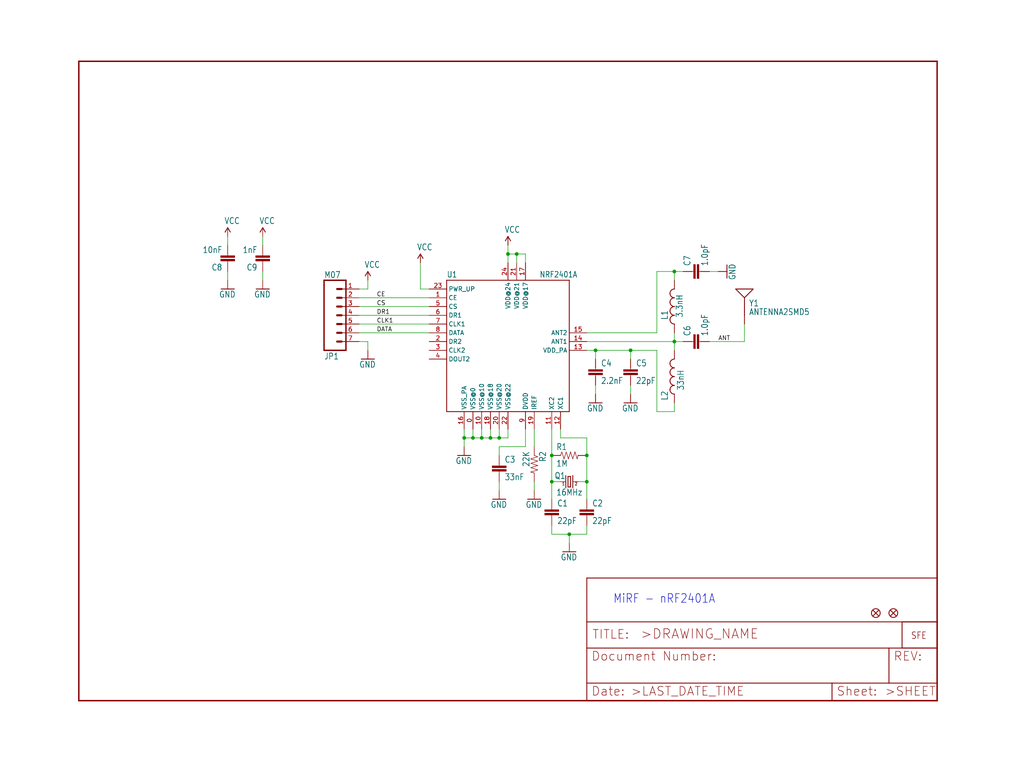
<source format=kicad_sch>
(kicad_sch (version 20211123) (generator eeschema)
  (paper "User" 297.002 223.926)
  (lib_symbols
    (symbol "schematicEagle-eagle-import:ANTENNA2SMD5"
      (property "Value" "ANTENNA2SMD5" (at 1.27 -2.54 0))
      (symbol "ANTENNA2SMD5_1_0"
        (polyline (pts (xy -2.54 5.08) (xy 2.54 5.08)) (stroke (width 0.254)))
        (polyline (pts (xy 0 2.54) (xy -2.54 5.08)) (stroke (width 0.254)))
        (polyline (pts (xy 0 2.54) (xy 0 -2.54)) (stroke (width 0.254)))
        (polyline (pts (xy 0 2.54) (xy 2.54 5.08)) (stroke (width 0.254)))
        (pin bidirectional line (at 0 -5.08 90) (length 2.54) (name "SIGNAL") (number "FEED"))
      )
    )
    (symbol "schematicEagle-eagle-import:CAP0402"
      (property "Reference" "C" (at 1.524 2.921 0))
      (property "Value" "CAP0402" (at 1.524 -2.159 0))
      (symbol "CAP0402_1_0"
        (rectangle (start -2.032 0.508) (end 2.032 1.016) (fill (type outline)))
        (rectangle (start -2.032 1.524) (end 2.032 2.032) (fill (type outline)))
        (polyline (pts (xy 0 0) (xy 0 0.508)) (stroke (width 0.1524)))
        (polyline (pts (xy 0 2.54) (xy 0 2.032)) (stroke (width 0.1524)))
        (pin passive line (at 0 5.08 270) (length 2.54) (name "1") (number "1"))
        (pin passive line (at 0 -2.54 90) (length 2.54) (name "2") (number "2"))
      )
    )
    (symbol "schematicEagle-eagle-import:CRYSTAL5X3"
      (property "Reference" "Q" (at 2.54 1.016 0))
      (property "Value" "CRYSTAL5X3" (at 2.54 -2.54 0))
      (symbol "CRYSTAL5X3_1_0"
        (polyline (pts (xy -2.54 0) (xy -1.016 0)) (stroke (width 0.1524)))
        (polyline (pts (xy -1.016 1.778) (xy -1.016 -1.778)) (stroke (width 0.254)))
        (polyline (pts (xy -0.381 -1.524) (xy 0.381 -1.524)) (stroke (width 0.254)))
        (polyline (pts (xy -0.381 1.524) (xy -0.381 -1.524)) (stroke (width 0.254)))
        (polyline (pts (xy 0.381 -1.524) (xy 0.381 1.524)) (stroke (width 0.254)))
        (polyline (pts (xy 0.381 1.524) (xy -0.381 1.524)) (stroke (width 0.254)))
        (polyline (pts (xy 1.016 0) (xy 2.54 0)) (stroke (width 0.1524)))
        (polyline (pts (xy 1.016 1.778) (xy 1.016 -1.778)) (stroke (width 0.254)))
        (text "1" (at -2.159 -1.143 0) (effects (font (size 0.8636 0.734)) (justify left bottom)))
        (text "2" (at 1.524 -1.143 0) (effects (font (size 0.8636 0.734)) (justify left bottom)))
        (pin passive line (at -2.54 0 0) (length 0) (name "1") (number "1"))
        (pin passive line (at 2.54 0 180) (length 0) (name "2") (number "3"))
      )
    )
    (symbol "schematicEagle-eagle-import:FIDUCIALUFIDUCIAL"
      (symbol "FIDUCIALUFIDUCIAL_1_0"
        (polyline (pts (xy -0.762 0.762) (xy 0.762 -0.762)) (stroke (width 0.254)))
        (polyline (pts (xy 0.762 0.762) (xy -0.762 -0.762)) (stroke (width 0.254)))
        (circle (center 0 0) (radius 1.27) (stroke (width 0.254)))
      )
    )
    (symbol "schematicEagle-eagle-import:FRAME-LETTER"
      (symbol "FRAME-LETTER_1_0"
        (polyline (pts (xy 0 0) (xy 248.92 0)) (stroke (width 0.4064)))
        (polyline (pts (xy 0 185.42) (xy 0 0)) (stroke (width 0.4064)))
        (polyline (pts (xy 0 185.42) (xy 248.92 185.42)) (stroke (width 0.4064)))
        (polyline (pts (xy 248.92 185.42) (xy 248.92 0)) (stroke (width 0.4064)))
      )
      (symbol "FRAME-LETTER_2_0"
        (polyline (pts (xy 0 0) (xy 0 5.08)) (stroke (width 0.254)))
        (polyline (pts (xy 0 0) (xy 71.12 0)) (stroke (width 0.254)))
        (polyline (pts (xy 0 5.08) (xy 0 15.24)) (stroke (width 0.254)))
        (polyline (pts (xy 0 5.08) (xy 71.12 5.08)) (stroke (width 0.254)))
        (polyline (pts (xy 0 15.24) (xy 0 22.86)) (stroke (width 0.254)))
        (polyline (pts (xy 0 22.86) (xy 0 35.56)) (stroke (width 0.254)))
        (polyline (pts (xy 0 22.86) (xy 101.6 22.86)) (stroke (width 0.254)))
        (polyline (pts (xy 71.12 0) (xy 101.6 0)) (stroke (width 0.254)))
        (polyline (pts (xy 71.12 5.08) (xy 71.12 0)) (stroke (width 0.254)))
        (polyline (pts (xy 71.12 5.08) (xy 87.63 5.08)) (stroke (width 0.254)))
        (polyline (pts (xy 87.63 5.08) (xy 101.6 5.08)) (stroke (width 0.254)))
        (polyline (pts (xy 87.63 15.24) (xy 0 15.24)) (stroke (width 0.254)))
        (polyline (pts (xy 87.63 15.24) (xy 87.63 5.08)) (stroke (width 0.254)))
        (polyline (pts (xy 101.6 5.08) (xy 101.6 0)) (stroke (width 0.254)))
        (polyline (pts (xy 101.6 15.24) (xy 87.63 15.24)) (stroke (width 0.254)))
        (polyline (pts (xy 101.6 15.24) (xy 101.6 5.08)) (stroke (width 0.254)))
        (polyline (pts (xy 101.6 22.86) (xy 101.6 15.24)) (stroke (width 0.254)))
        (polyline (pts (xy 101.6 35.56) (xy 0 35.56)) (stroke (width 0.254)))
        (polyline (pts (xy 101.6 35.56) (xy 101.6 22.86)) (stroke (width 0.254)))
        (text ">DRAWING_NAME" (at 15.494 17.78 0) (effects (font (size 2.7432 2.7432)) (justify left bottom)))
        (text ">LAST_DATE_TIME" (at 12.7 1.27 0) (effects (font (size 2.54 2.54)) (justify left bottom)))
        (text ">SHEET" (at 86.36 1.27 0) (effects (font (size 2.54 2.54)) (justify left bottom)))
        (text "Date:" (at 1.27 1.27 0) (effects (font (size 2.54 2.54)) (justify left bottom)))
        (text "Document Number:" (at 1.27 11.43 0) (effects (font (size 2.54 2.54)) (justify left bottom)))
        (text "REV:" (at 88.9 11.43 0) (effects (font (size 2.54 2.54)) (justify left bottom)))
        (text "Sheet:" (at 72.39 1.27 0) (effects (font (size 2.54 2.54)) (justify left bottom)))
        (text "TITLE:" (at 1.524 17.78 0) (effects (font (size 2.54 2.54)) (justify left bottom)))
      )
    )
    (symbol "schematicEagle-eagle-import:GND" (power)
      (property "Value" "GND" (at -2.54 -2.54 0))
      (symbol "GND_1_0"
        (polyline (pts (xy -1.905 0) (xy 1.905 0)) (stroke (width 0.254)))
        (pin power_in line (at 0 2.54 270) (length 2.54) (name "GND") (number "1"))
      )
    )
    (symbol "schematicEagle-eagle-import:INDUCTOR0402"
      (property "Value" "INDUCTOR0402" (at 2.54 -5.08 0))
      (symbol "INDUCTOR0402_1_0"
        (arc (start 0 -5.08) (mid 0.898 -4.708) (end 1.27 -3.81) (stroke (width 0.254)))
        (arc (start 0 -2.54) (mid 0.898 -2.168) (end 1.27 -1.27) (stroke (width 0.254)))
        (arc (start 0 0) (mid 0.898 0.372) (end 1.27 1.27) (stroke (width 0.254)))
        (arc (start 0 2.54) (mid 0.898 2.912) (end 1.27 3.81) (stroke (width 0.254)))
        (arc (start 1.27 -3.81) (mid 0.898 -2.912) (end 0 -2.54) (stroke (width 0.254)))
        (arc (start 1.27 -1.27) (mid 0.898 -0.372) (end 0 0) (stroke (width 0.254)))
        (arc (start 1.27 1.27) (mid 0.898 2.168) (end 0 2.54) (stroke (width 0.254)))
        (arc (start 1.27 3.81) (mid 0.898 4.708) (end 0 5.08) (stroke (width 0.254)))
        (pin passive line (at 0 7.62 270) (length 2.54) (name "1") (number "1"))
        (pin passive line (at 0 -7.62 90) (length 2.54) (name "2") (number "2"))
      )
    )
    (symbol "schematicEagle-eagle-import:LOGO-SFESK"
      (symbol "LOGO-SFESK_1_0"
        (polyline (pts (xy -2.54 -2.54) (xy 7.62 -2.54)) (stroke (width 0.254)))
        (polyline (pts (xy -2.54 5.08) (xy -2.54 -2.54)) (stroke (width 0.254)))
        (polyline (pts (xy 7.62 -2.54) (xy 7.62 5.08)) (stroke (width 0.254)))
        (polyline (pts (xy 7.62 5.08) (xy -2.54 5.08)) (stroke (width 0.254)))
        (text "SFE" (at 0 0 0) (effects (font (size 1.9304 1.6408)) (justify left bottom)))
      )
    )
    (symbol "schematicEagle-eagle-import:M07"
      (property "Reference" "JP" (at -5.08 13.462 0))
      (property "Value" "M07" (at -5.08 -10.16 0))
      (symbol "M07_1_0"
        (polyline (pts (xy -5.08 12.7) (xy -5.08 -7.62)) (stroke (width 0.4064)))
        (polyline (pts (xy -5.08 12.7) (xy 1.27 12.7)) (stroke (width 0.4064)))
        (polyline (pts (xy -1.27 -5.08) (xy 0 -5.08)) (stroke (width 0.6096)))
        (polyline (pts (xy -1.27 -2.54) (xy 0 -2.54)) (stroke (width 0.6096)))
        (polyline (pts (xy -1.27 0) (xy 0 0)) (stroke (width 0.6096)))
        (polyline (pts (xy -1.27 2.54) (xy 0 2.54)) (stroke (width 0.6096)))
        (polyline (pts (xy -1.27 5.08) (xy 0 5.08)) (stroke (width 0.6096)))
        (polyline (pts (xy -1.27 7.62) (xy 0 7.62)) (stroke (width 0.6096)))
        (polyline (pts (xy -1.27 10.16) (xy 0 10.16)) (stroke (width 0.6096)))
        (polyline (pts (xy 1.27 -7.62) (xy -5.08 -7.62)) (stroke (width 0.4064)))
        (polyline (pts (xy 1.27 -7.62) (xy 1.27 12.7)) (stroke (width 0.4064)))
        (pin passive line (at 5.08 -5.08 180) (length 5.08) (name "1") (number "1"))
        (pin passive line (at 5.08 -2.54 180) (length 5.08) (name "2") (number "2"))
        (pin passive line (at 5.08 0 180) (length 5.08) (name "3") (number "3"))
        (pin passive line (at 5.08 2.54 180) (length 5.08) (name "4") (number "4"))
        (pin passive line (at 5.08 5.08 180) (length 5.08) (name "5") (number "5"))
        (pin passive line (at 5.08 7.62 180) (length 5.08) (name "6") (number "6"))
        (pin passive line (at 5.08 10.16 180) (length 5.08) (name "7") (number "7"))
      )
    )
    (symbol "schematicEagle-eagle-import:NRF2401ASMD"
      (property "Value" "NRF2401ASMD" (at 9.144 18.542 0))
      (symbol "NRF2401ASMD_1_0"
        (polyline (pts (xy -17.78 -20.32) (xy -17.78 17.78)) (stroke (width 0.254)))
        (polyline (pts (xy -17.78 17.78) (xy 17.78 17.78)) (stroke (width 0.254)))
        (polyline (pts (xy 17.78 -20.32) (xy -17.78 -20.32)) (stroke (width 0.254)))
        (polyline (pts (xy 17.78 17.78) (xy 17.78 -20.32)) (stroke (width 0.254)))
        (pin power_in line (at -10.16 -25.4 90) (length 5.08) (name "VSS@0") (number "0"))
        (pin input line (at -22.86 12.7 0) (length 5.08) (name "CE") (number "1"))
        (pin power_in line (at -7.62 -25.4 90) (length 5.08) (name "VSS@10") (number "10"))
        (pin input line (at 12.7 -25.4 90) (length 5.08) (name "XC2") (number "11"))
        (pin input line (at 15.24 -25.4 90) (length 5.08) (name "XC1") (number "12"))
        (pin power_in line (at 22.86 -2.54 180) (length 5.08) (name "VDD_PA") (number "13"))
        (pin output line (at 22.86 0 180) (length 5.08) (name "ANT1") (number "14"))
        (pin output line (at 22.86 2.54 180) (length 5.08) (name "ANT2") (number "15"))
        (pin power_in line (at -12.7 -25.4 90) (length 5.08) (name "VSS_PA") (number "16"))
        (pin power_in line (at 5.08 22.86 270) (length 5.08) (name "VDD@17") (number "17"))
        (pin power_in line (at -5.08 -25.4 90) (length 5.08) (name "VSS@18") (number "18"))
        (pin input line (at 7.62 -25.4 90) (length 5.08) (name "IREF") (number "19"))
        (pin output line (at -22.86 0 0) (length 5.08) (name "DR2") (number "2"))
        (pin power_in line (at -2.54 -25.4 90) (length 5.08) (name "VSS@20") (number "20"))
        (pin power_in line (at 2.54 22.86 270) (length 5.08) (name "VDD@21") (number "21"))
        (pin power_in line (at 0 -25.4 90) (length 5.08) (name "VSS@22") (number "22"))
        (pin power_in line (at -22.86 15.24 0) (length 5.08) (name "PWR_UP") (number "23"))
        (pin power_in line (at 0 22.86 270) (length 5.08) (name "VDD@24") (number "24"))
        (pin bidirectional line (at -22.86 -2.54 0) (length 5.08) (name "CLK2") (number "3"))
        (pin output line (at -22.86 -5.08 0) (length 5.08) (name "DOUT2") (number "4"))
        (pin input line (at -22.86 10.16 0) (length 5.08) (name "CS") (number "5"))
        (pin output line (at -22.86 7.62 0) (length 5.08) (name "DR1") (number "6"))
        (pin bidirectional line (at -22.86 5.08 0) (length 5.08) (name "CLK1") (number "7"))
        (pin bidirectional line (at -22.86 2.54 0) (length 5.08) (name "DATA") (number "8"))
        (pin power_in line (at 5.08 -25.4 90) (length 5.08) (name "DVDD") (number "9"))
      )
    )
    (symbol "schematicEagle-eagle-import:RESISTOR0402"
      (property "Reference" "R" (at -3.81 1.4986 0))
      (property "Value" "RESISTOR0402" (at -3.81 -3.302 0))
      (symbol "RESISTOR0402_1_0"
        (polyline (pts (xy -2.54 0) (xy -2.159 1.016)) (stroke (width 0.1524)))
        (polyline (pts (xy -2.159 1.016) (xy -1.524 -1.016)) (stroke (width 0.1524)))
        (polyline (pts (xy -1.524 -1.016) (xy -0.889 1.016)) (stroke (width 0.1524)))
        (polyline (pts (xy -0.889 1.016) (xy -0.254 -1.016)) (stroke (width 0.1524)))
        (polyline (pts (xy -0.254 -1.016) (xy 0.381 1.016)) (stroke (width 0.1524)))
        (polyline (pts (xy 0.381 1.016) (xy 1.016 -1.016)) (stroke (width 0.1524)))
        (polyline (pts (xy 1.016 -1.016) (xy 1.651 1.016)) (stroke (width 0.1524)))
        (polyline (pts (xy 1.651 1.016) (xy 2.286 -1.016)) (stroke (width 0.1524)))
        (polyline (pts (xy 2.286 -1.016) (xy 2.54 0)) (stroke (width 0.1524)))
        (pin passive line (at -5.08 0 0) (length 2.54) (name "1") (number "1"))
        (pin passive line (at 5.08 0 180) (length 2.54) (name "2") (number "2"))
      )
    )
    (symbol "schematicEagle-eagle-import:VCC" (power)
      (property "Value" "VCC" (at -1.016 3.556 0))
      (symbol "VCC_1_0"
        (polyline (pts (xy 0 2.54) (xy -0.762 1.27)) (stroke (width 0.254)))
        (polyline (pts (xy 0.762 1.27) (xy 0 2.54)) (stroke (width 0.254)))
        (pin power_in line (at 0 0 90) (length 2.54) (name "VCC") (number "1"))
      )
    )
  )
  (junction (at 182.88 101.6))
  (junction (at 144.78 127))
  (junction (at 172.72 101.6))
  (junction (at 160.02 132.08))
  (junction (at 147.32 73.66))
  (junction (at 160.02 139.7))
  (junction (at 142.24 127))
  (junction (at 149.86 73.66))
  (junction (at 137.16 127))
  (junction (at 165.1 154.94))
  (junction (at 170.18 132.08))
  (junction (at 195.58 99.06))
  (junction (at 195.58 78.74))
  (junction (at 139.7 127))
  (junction (at 134.62 127))
  (junction (at 170.18 139.7))
  (wire (pts (xy 160.02 124.46) (xy 160.02 132.08)))
  (wire (pts (xy 152.4 129.54) (xy 152.4 124.46)))
  (wire (pts (xy 124.46 91.44) (xy 104.14 91.44)))
  (wire (pts (xy 165.1 154.94) (xy 160.02 154.94)))
  (wire (pts (xy 195.58 78.74) (xy 195.58 81.28)))
  (wire (pts (xy 182.88 101.6) (xy 190.5 101.6)))
  (wire (pts (xy 124.46 96.52) (xy 104.14 96.52)))
  (wire (pts (xy 76.2 68.58) (xy 76.2 71.12)))
  (wire (pts (xy 144.78 124.46) (xy 144.78 127)))
  (wire (pts (xy 134.62 127) (xy 134.62 124.46)))
  (wire (pts (xy 149.86 73.66) (xy 147.32 73.66)))
  (wire (pts (xy 170.18 101.6) (xy 172.72 101.6)))
  (wire (pts (xy 160.02 139.7) (xy 162.56 139.7)))
  (wire (pts (xy 172.72 104.14) (xy 172.72 101.6)))
  (wire (pts (xy 139.7 124.46) (xy 139.7 127)))
  (wire (pts (xy 205.74 99.06) (xy 215.9 99.06)))
  (wire (pts (xy 144.78 129.54) (xy 152.4 129.54)))
  (wire (pts (xy 195.58 119.38) (xy 195.58 116.84)))
  (wire (pts (xy 124.46 83.82) (xy 121.92 83.82)))
  (wire (pts (xy 195.58 78.74) (xy 198.12 78.74)))
  (wire (pts (xy 170.18 99.06) (xy 195.58 99.06)))
  (wire (pts (xy 121.92 83.82) (xy 121.92 76.2)))
  (wire (pts (xy 172.72 114.3) (xy 172.72 111.76)))
  (wire (pts (xy 142.24 127) (xy 139.7 127)))
  (wire (pts (xy 142.24 124.46) (xy 142.24 127)))
  (wire (pts (xy 149.86 73.66) (xy 152.4 73.66)))
  (wire (pts (xy 170.18 152.4) (xy 170.18 154.94)))
  (wire (pts (xy 144.78 132.08) (xy 144.78 129.54)))
  (wire (pts (xy 147.32 76.2) (xy 147.32 73.66)))
  (wire (pts (xy 147.32 73.66) (xy 147.32 71.12)))
  (wire (pts (xy 139.7 127) (xy 137.16 127)))
  (wire (pts (xy 147.32 124.46) (xy 147.32 127)))
  (wire (pts (xy 104.14 83.82) (xy 106.68 83.82)))
  (wire (pts (xy 124.46 93.98) (xy 104.14 93.98)))
  (wire (pts (xy 160.02 154.94) (xy 160.02 152.4)))
  (wire (pts (xy 149.86 76.2) (xy 149.86 73.66)))
  (wire (pts (xy 170.18 154.94) (xy 165.1 154.94)))
  (wire (pts (xy 195.58 101.6) (xy 195.58 99.06)))
  (wire (pts (xy 66.04 68.58) (xy 66.04 71.12)))
  (wire (pts (xy 190.5 101.6) (xy 190.5 119.38)))
  (wire (pts (xy 172.72 101.6) (xy 182.88 101.6)))
  (wire (pts (xy 160.02 139.7) (xy 160.02 144.78)))
  (wire (pts (xy 134.62 129.54) (xy 134.62 127)))
  (wire (pts (xy 137.16 124.46) (xy 137.16 127)))
  (wire (pts (xy 144.78 127) (xy 142.24 127)))
  (wire (pts (xy 190.5 119.38) (xy 195.58 119.38)))
  (wire (pts (xy 66.04 81.28) (xy 66.04 78.74)))
  (wire (pts (xy 208.28 78.74) (xy 205.74 78.74)))
  (wire (pts (xy 170.18 139.7) (xy 170.18 144.78)))
  (wire (pts (xy 137.16 127) (xy 134.62 127)))
  (wire (pts (xy 170.18 139.7) (xy 167.64 139.7)))
  (wire (pts (xy 154.94 142.24) (xy 154.94 139.7)))
  (wire (pts (xy 162.56 127) (xy 170.18 127)))
  (wire (pts (xy 147.32 127) (xy 144.78 127)))
  (wire (pts (xy 182.88 104.14) (xy 182.88 101.6)))
  (wire (pts (xy 165.1 154.94) (xy 165.1 157.48)))
  (wire (pts (xy 106.68 83.82) (xy 106.68 81.28)))
  (wire (pts (xy 76.2 81.28) (xy 76.2 78.74)))
  (wire (pts (xy 144.78 142.24) (xy 144.78 139.7)))
  (wire (pts (xy 182.88 114.3) (xy 182.88 111.76)))
  (wire (pts (xy 195.58 99.06) (xy 198.12 99.06)))
  (wire (pts (xy 190.5 78.74) (xy 195.58 78.74)))
  (wire (pts (xy 195.58 99.06) (xy 195.58 96.52)))
  (wire (pts (xy 106.68 99.06) (xy 106.68 101.6)))
  (wire (pts (xy 170.18 127) (xy 170.18 132.08)))
  (wire (pts (xy 170.18 96.52) (xy 190.5 96.52)))
  (wire (pts (xy 154.94 124.46) (xy 154.94 129.54)))
  (wire (pts (xy 215.9 93.98) (xy 215.9 99.06)))
  (wire (pts (xy 124.46 86.36) (xy 104.14 86.36)))
  (wire (pts (xy 104.14 99.06) (xy 106.68 99.06)))
  (wire (pts (xy 124.46 88.9) (xy 104.14 88.9)))
  (wire (pts (xy 170.18 132.08) (xy 170.18 139.7)))
  (wire (pts (xy 152.4 73.66) (xy 152.4 76.2)))
  (wire (pts (xy 190.5 96.52) (xy 190.5 78.74)))
  (wire (pts (xy 162.56 124.46) (xy 162.56 127)))
  (wire (pts (xy 160.02 132.08) (xy 160.02 139.7)))
  (text "MiRF - nRF2401A" (at 177.8 175.26 180) (effects (font (size 2.54 2.159)) (justify left bottom)))
  (label "ANT" (at 208.28 99.06 0) (effects (font (size 1.2446 1.2446))))
  (label "DR1" (at 109.22 91.44 0) (effects (font (size 1.2446 1.2446))))
  (label "CS" (at 109.22 88.9 0) (effects (font (size 1.2446 1.2446))))
  (label "CLK1" (at 109.22 93.98 0) (effects (font (size 1.2446 1.2446))))
  (label "CE" (at 109.22 86.36 0) (effects (font (size 1.2446 1.2446))))
  (label "DATA" (at 109.22 96.52 0) (effects (font (size 1.2446 1.2446))))
  (symbol (lib_id "schematicEagle-eagle-import:FIDUCIALUFIDUCIAL") (at 254 177.8 0) (unit 1)
    (property "Reference" "JP2" (effects hide))
    (property "Value" "FIDUCIALUFIDUCIAL" (effects hide))
    (property "Footprint" "schematicEagle:MICRO-FIDUCIAL" (effects hide))
  )
  (symbol (lib_id "schematicEagle-eagle-import:GND") (at 76.2 83.82 0) (unit 1)
    (property "Reference" "#GND8" (effects hide))
    (property "Value" "GND" (at 73.66 86.36 0) (effects (font (size 1.778 1.5113)) (justify left bottom)))
    (property "Footprint" "schematicEagle:" (effects hide))
  )
  (symbol (lib_id "schematicEagle-eagle-import:LOGO-SFESK") (at 264.16 185.42 0) (unit 1)
    (property "Reference" "U$1" (effects hide))
    (property "Value" "LOGO-SFESK" (effects hide))
    (property "Footprint" "schematicEagle:SFE-LOGO-FLAME" (effects hide))
  )
  (symbol (lib_id "schematicEagle-eagle-import:M07") (at 99.06 88.9 0) (mirror x) (unit 1)
    (property "Reference" "JP1" (at 93.98 102.362 0) (effects (font (size 1.778 1.5113)) (justify left bottom)))
    (property "Value" "M07" (at 93.98 78.74 0) (effects (font (size 1.778 1.5113)) (justify left bottom)))
    (property "Footprint" "schematicEagle:1X07" (effects hide))
  )
  (symbol (lib_id "schematicEagle-eagle-import:GND") (at 134.62 132.08 0) (unit 1)
    (property "Reference" "#GND10" (effects hide))
    (property "Value" "GND" (at 132.08 134.62 0) (effects (font (size 1.778 1.5113)) (justify left bottom)))
    (property "Footprint" "schematicEagle:" (effects hide))
  )
  (symbol (lib_id "schematicEagle-eagle-import:CRYSTAL5X3") (at 165.1 139.7 0) (unit 1)
    (property "Reference" "Q1" (at 160.782 138.938 0) (effects (font (size 1.778 1.5113)) (justify left bottom)))
    (property "Value" "16MHz" (at 161.29 143.764 0) (effects (font (size 1.778 1.5113)) (justify left bottom)))
    (property "Footprint" "schematicEagle:CRYSTAL-SMD-5X3" (effects hide))
  )
  (symbol (lib_id "schematicEagle-eagle-import:VCC") (at 147.32 71.12 0) (unit 1)
    (property "Reference" "#P+3" (effects hide))
    (property "Value" "VCC" (at 146.304 67.564 0) (effects (font (size 1.778 1.5113)) (justify left bottom)))
    (property "Footprint" "schematicEagle:" (effects hide))
  )
  (symbol (lib_id "schematicEagle-eagle-import:GND") (at 144.78 144.78 0) (unit 1)
    (property "Reference" "#GND3" (effects hide))
    (property "Value" "GND" (at 142.24 147.32 0) (effects (font (size 1.778 1.5113)) (justify left bottom)))
    (property "Footprint" "schematicEagle:" (effects hide))
  )
  (symbol (lib_id "schematicEagle-eagle-import:GND") (at 172.72 116.84 0) (unit 1)
    (property "Reference" "#GND5" (effects hide))
    (property "Value" "GND" (at 170.18 119.38 0) (effects (font (size 1.778 1.5113)) (justify left bottom)))
    (property "Footprint" "schematicEagle:" (effects hide))
  )
  (symbol (lib_id "schematicEagle-eagle-import:RESISTOR0402") (at 154.94 134.62 270) (unit 1)
    (property "Reference" "R2" (at 156.4386 130.81 0) (effects (font (size 1.778 1.5113)) (justify left bottom)))
    (property "Value" "22K" (at 151.638 130.81 0) (effects (font (size 1.778 1.5113)) (justify left bottom)))
    (property "Footprint" "schematicEagle:C0402" (effects hide))
  )
  (symbol (lib_id "schematicEagle-eagle-import:INDUCTOR0402") (at 195.58 88.9 180) (unit 1)
    (property "Reference" "L1" (at 191.77 89.916 90) (effects (font (size 1.778 1.5113)) (justify left bottom)))
    (property "Value" "3.3nH" (at 196.088 85.344 90) (effects (font (size 1.778 1.5113)) (justify left bottom)))
    (property "Footprint" "schematicEagle:C0402" (effects hide))
  )
  (symbol (lib_id "schematicEagle-eagle-import:INDUCTOR0402") (at 195.58 109.22 180) (unit 1)
    (property "Reference" "L2" (at 191.77 113.284 90) (effects (font (size 1.778 1.5113)) (justify left bottom)))
    (property "Value" "33nH" (at 198.374 113.284 90) (effects (font (size 1.778 1.5113)) (justify right top)))
    (property "Footprint" "schematicEagle:C0402" (effects hide))
  )
  (symbol (lib_id "schematicEagle-eagle-import:GND") (at 165.1 160.02 0) (unit 1)
    (property "Reference" "#GND1" (effects hide))
    (property "Value" "GND" (at 162.56 162.56 0) (effects (font (size 1.778 1.5113)) (justify left bottom)))
    (property "Footprint" "schematicEagle:" (effects hide))
  )
  (symbol (lib_id "schematicEagle-eagle-import:GND") (at 106.68 104.14 0) (unit 1)
    (property "Reference" "#GND4" (effects hide))
    (property "Value" "GND" (at 104.14 106.68 0) (effects (font (size 1.778 1.5113)) (justify left bottom)))
    (property "Footprint" "schematicEagle:" (effects hide))
  )
  (symbol (lib_id "schematicEagle-eagle-import:FRAME-LETTER") (at 170.18 203.2 0) (unit 2)
    (property "Reference" "#FRAME1" (effects hide))
    (property "Value" "FRAME-LETTER" (effects hide))
    (property "Footprint" "schematicEagle:" (effects hide))
  )
  (symbol (lib_id "schematicEagle-eagle-import:VCC") (at 121.92 76.2 0) (unit 1)
    (property "Reference" "#P+4" (effects hide))
    (property "Value" "VCC" (at 120.904 72.644 0) (effects (font (size 1.778 1.5113)) (justify left bottom)))
    (property "Footprint" "schematicEagle:" (effects hide))
  )
  (symbol (lib_id "schematicEagle-eagle-import:FIDUCIALUFIDUCIAL") (at 259.08 177.8 0) (unit 1)
    (property "Reference" "JP3" (effects hide))
    (property "Value" "FIDUCIALUFIDUCIAL" (effects hide))
    (property "Footprint" "schematicEagle:MICRO-FIDUCIAL" (effects hide))
  )
  (symbol (lib_id "schematicEagle-eagle-import:VCC") (at 66.04 68.58 0) (unit 1)
    (property "Reference" "#P+1" (effects hide))
    (property "Value" "VCC" (at 65.024 65.024 0) (effects (font (size 1.778 1.5113)) (justify left bottom)))
    (property "Footprint" "schematicEagle:" (effects hide))
  )
  (symbol (lib_id "schematicEagle-eagle-import:VCC") (at 76.2 68.58 0) (unit 1)
    (property "Reference" "#P+2" (effects hide))
    (property "Value" "VCC" (at 75.184 65.024 0) (effects (font (size 1.778 1.5113)) (justify left bottom)))
    (property "Footprint" "schematicEagle:" (effects hide))
  )
  (symbol (lib_id "schematicEagle-eagle-import:GND") (at 66.04 83.82 0) (unit 1)
    (property "Reference" "#GND9" (effects hide))
    (property "Value" "GND" (at 63.5 86.36 0) (effects (font (size 1.778 1.5113)) (justify left bottom)))
    (property "Footprint" "schematicEagle:" (effects hide))
  )
  (symbol (lib_id "schematicEagle-eagle-import:CAP0402") (at 160.02 149.86 0) (unit 1)
    (property "Reference" "C1" (at 161.544 146.939 0) (effects (font (size 1.778 1.5113)) (justify left bottom)))
    (property "Value" "22pF" (at 161.544 152.019 0) (effects (font (size 1.778 1.5113)) (justify left bottom)))
    (property "Footprint" "schematicEagle:C0402" (effects hide))
  )
  (symbol (lib_id "schematicEagle-eagle-import:CAP0402") (at 182.88 109.22 0) (unit 1)
    (property "Reference" "C5" (at 184.404 106.299 0) (effects (font (size 1.778 1.5113)) (justify left bottom)))
    (property "Value" "22pF" (at 184.404 111.379 0) (effects (font (size 1.778 1.5113)) (justify left bottom)))
    (property "Footprint" "schematicEagle:C0402" (effects hide))
  )
  (symbol (lib_id "schematicEagle-eagle-import:GND") (at 182.88 116.84 0) (unit 1)
    (property "Reference" "#GND6" (effects hide))
    (property "Value" "GND" (at 180.34 119.38 0) (effects (font (size 1.778 1.5113)) (justify left bottom)))
    (property "Footprint" "schematicEagle:" (effects hide))
  )
  (symbol (lib_id "schematicEagle-eagle-import:GND") (at 210.82 78.74 90) (unit 1)
    (property "Reference" "#GND7" (effects hide))
    (property "Value" "GND" (at 213.36 81.28 0) (effects (font (size 1.778 1.5113)) (justify left bottom)))
    (property "Footprint" "schematicEagle:" (effects hide))
  )
  (symbol (lib_id "schematicEagle-eagle-import:ANTENNA2SMD5") (at 215.9 88.9 0) (unit 1)
    (property "Reference" "Y1" (at 217.17 88.9 0) (effects (font (size 1.778 1.5113)) (justify left bottom)))
    (property "Value" "ANTENNA2SMD5" (at 217.17 91.44 0) (effects (font (size 1.778 1.5113)) (justify left bottom)))
    (property "Footprint" "schematicEagle:ANTENNA-CHIP5" (effects hide))
  )
  (symbol (lib_id "schematicEagle-eagle-import:CAP0402") (at 172.72 109.22 0) (unit 1)
    (property "Reference" "C4" (at 174.244 106.299 0) (effects (font (size 1.778 1.5113)) (justify left bottom)))
    (property "Value" "2.2nF" (at 174.244 111.379 0) (effects (font (size 1.778 1.5113)) (justify left bottom)))
    (property "Footprint" "schematicEagle:C0402" (effects hide))
  )
  (symbol (lib_id "schematicEagle-eagle-import:CAP0402") (at 144.78 137.16 0) (unit 1)
    (property "Reference" "C3" (at 146.304 134.239 0) (effects (font (size 1.778 1.5113)) (justify left bottom)))
    (property "Value" "33nF" (at 146.304 139.319 0) (effects (font (size 1.778 1.5113)) (justify left bottom)))
    (property "Footprint" "schematicEagle:C0402" (effects hide))
  )
  (symbol (lib_id "schematicEagle-eagle-import:CAP0402") (at 203.2 99.06 90) (unit 1)
    (property "Reference" "C6" (at 200.279 97.536 0) (effects (font (size 1.778 1.5113)) (justify left bottom)))
    (property "Value" "1.0pF" (at 205.359 97.536 0) (effects (font (size 1.778 1.5113)) (justify left bottom)))
    (property "Footprint" "schematicEagle:C0402" (effects hide))
  )
  (symbol (lib_id "schematicEagle-eagle-import:VCC") (at 106.68 81.28 0) (unit 1)
    (property "Reference" "#P+5" (effects hide))
    (property "Value" "VCC" (at 105.664 77.724 0) (effects (font (size 1.778 1.5113)) (justify left bottom)))
    (property "Footprint" "schematicEagle:" (effects hide))
  )
  (symbol (lib_id "schematicEagle-eagle-import:CAP0402") (at 203.2 78.74 90) (unit 1)
    (property "Reference" "C7" (at 200.279 77.216 0) (effects (font (size 1.778 1.5113)) (justify left bottom)))
    (property "Value" "1.0pF" (at 205.359 77.216 0) (effects (font (size 1.778 1.5113)) (justify left bottom)))
    (property "Footprint" "schematicEagle:C0402" (effects hide))
  )
  (symbol (lib_id "schematicEagle-eagle-import:GND") (at 154.94 144.78 0) (unit 1)
    (property "Reference" "#GND2" (effects hide))
    (property "Value" "GND" (at 152.4 147.32 0) (effects (font (size 1.778 1.5113)) (justify left bottom)))
    (property "Footprint" "schematicEagle:" (effects hide))
  )
  (symbol (lib_id "schematicEagle-eagle-import:CAP0402") (at 66.04 73.66 180) (unit 1)
    (property "Reference" "C8" (at 64.516 76.581 0) (effects (font (size 1.778 1.5113)) (justify left bottom)))
    (property "Value" "10nF" (at 64.516 71.501 0) (effects (font (size 1.778 1.5113)) (justify left bottom)))
    (property "Footprint" "schematicEagle:C0402" (effects hide))
  )
  (symbol (lib_id "schematicEagle-eagle-import:FRAME-LETTER") (at 22.86 203.2 0) (unit 1)
    (property "Reference" "#FRAME1" (effects hide))
    (property "Value" "FRAME-LETTER" (effects hide))
    (property "Footprint" "schematicEagle:" (effects hide))
  )
  (symbol (lib_id "schematicEagle-eagle-import:CAP0402") (at 170.18 149.86 0) (unit 1)
    (property "Reference" "C2" (at 171.704 146.939 0) (effects (font (size 1.778 1.5113)) (justify left bottom)))
    (property "Value" "22pF" (at 171.704 152.019 0) (effects (font (size 1.778 1.5113)) (justify left bottom)))
    (property "Footprint" "schematicEagle:C0402" (effects hide))
  )
  (symbol (lib_id "schematicEagle-eagle-import:RESISTOR0402") (at 165.1 132.08 0) (unit 1)
    (property "Reference" "R1" (at 161.29 130.5814 0) (effects (font (size 1.778 1.5113)) (justify left bottom)))
    (property "Value" "1M" (at 161.29 135.382 0) (effects (font (size 1.778 1.5113)) (justify left bottom)))
    (property "Footprint" "schematicEagle:C0402" (effects hide))
  )
  (symbol (lib_id "schematicEagle-eagle-import:NRF2401ASMD") (at 147.32 99.06 0) (unit 1)
    (property "Reference" "U1" (at 129.54 80.518 0) (effects (font (size 1.6764 1.4249)) (justify left bottom)))
    (property "Value" "NRF2401A" (at 156.464 80.518 0) (effects (font (size 1.6764 1.4249)) (justify left bottom)))
    (property "Footprint" "schematicEagle:MLP-24" (effects hide))
  )
  (symbol (lib_id "schematicEagle-eagle-import:CAP0402") (at 76.2 73.66 180) (unit 1)
    (property "Reference" "C9" (at 74.676 76.581 0) (effects (font (size 1.778 1.5113)) (justify left bottom)))
    (property "Value" "1nF" (at 74.676 71.501 0) (effects (font (size 1.778 1.5113)) (justify left bottom)))
    (property "Footprint" "schematicEagle:C0402" (effects hide))
  )
)
</source>
